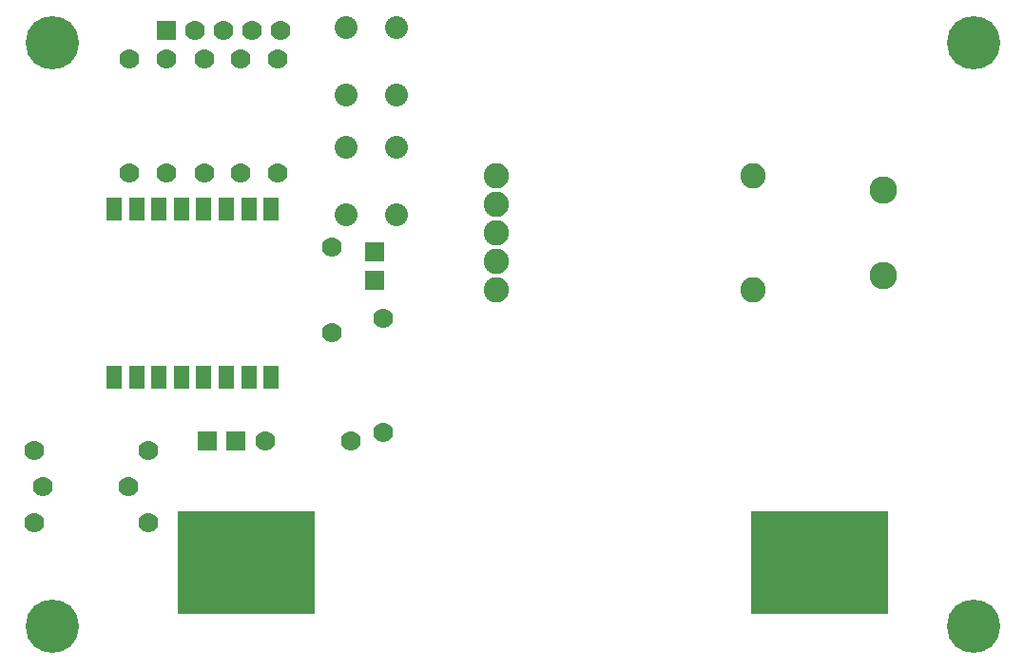
<source format=gbr>
G04 EasyPC Gerber Version 20.0.2 Build 4112 *
%FSLAX35Y35*%
%MOMM*%
%ADD75R,1.35400X2.05400*%
%ADD10R,1.77800X1.77800*%
%ADD11C,1.77800*%
%ADD15C,2.03200*%
%ADD12C,2.25400*%
%ADD13R,12.25400X9.25400*%
%ADD16C,2.45400*%
%ADD14C,4.75400*%
X0Y0D02*
D02*
D10*
X1422650Y5716670D03*
X1785650Y2061670D03*
X2039650D03*
X3275650Y3491670D03*
Y3745670D03*
D02*
D11*
X245650Y1331670D03*
Y1971670D03*
X323650Y1651670D03*
X1085650D03*
X1092450Y4446670D03*
Y5462670D03*
X1261650Y1331670D03*
Y1971670D03*
X1422650Y4446670D03*
Y5462670D03*
X1676650Y5716670D03*
X1755650Y4446670D03*
Y5462670D03*
X1930650Y5716670D03*
X2083050Y4446670D03*
Y5462670D03*
X2184650Y5716670D03*
X2305650Y2061670D03*
X2413250Y4446670D03*
Y5462670D03*
X2438650Y5716670D03*
X2895850Y3024270D03*
Y3786270D03*
X3067650Y2061670D03*
X3353050Y2135270D03*
Y3151270D03*
D02*
D12*
X4356940Y3403460D03*
Y3657460D03*
Y3911460D03*
Y4165460D03*
Y4421270D03*
X6642940Y3403460D03*
Y4419460D03*
D02*
D13*
X2135700Y974450D03*
X7235700D03*
D02*
D14*
X406650Y406350D03*
Y5606350D03*
X8606350Y406350D03*
Y5606350D03*
D02*
D15*
X3022850Y4075270D03*
Y4675270D03*
Y5142070D03*
Y5742070D03*
X3472850Y4075270D03*
Y4675270D03*
Y5142070D03*
Y5742070D03*
D02*
D16*
X7806350Y3532270D03*
Y4294270D03*
D02*
D75*
X954830Y2627630D03*
Y4127630D03*
X1154830Y2627630D03*
Y4127630D03*
X1354830Y2627630D03*
Y4127630D03*
X1554830Y2627630D03*
Y4127630D03*
X1754830Y2627630D03*
Y4127630D03*
X1954830Y2627630D03*
Y4127630D03*
X2154830Y2627630D03*
Y4127630D03*
X2354830Y2627630D03*
Y4127630D03*
X0Y0D02*
M02*

</source>
